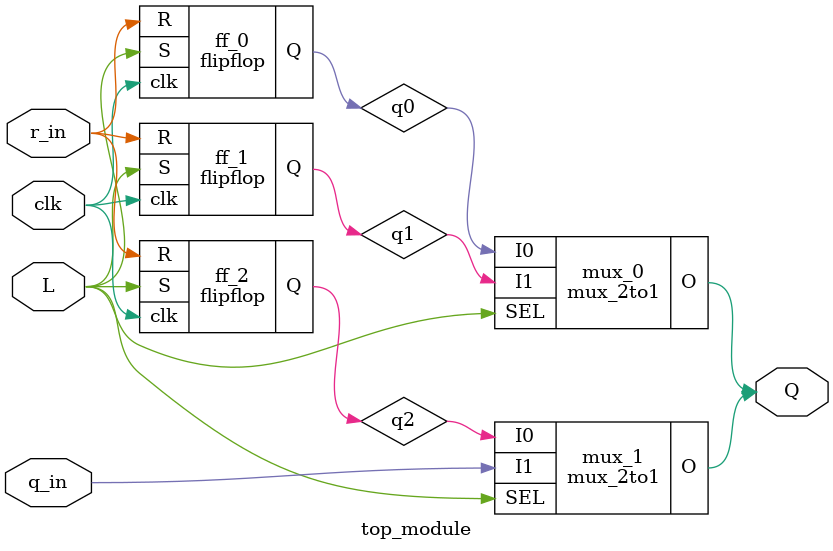
<source format=sv>
module flipflop(
    input clk,
    input R,
    input S,
    output reg Q
);
    always @(posedge clk) begin
        if (R && S)
            Q <= Q;
        else if (R)
            Q <= 0;
        else if (S)
            Q <= 1;
    end
endmodule
module mux_2to1(
    input I0,
    input I1,
    input SEL,
    output reg O
);
    always @(*) begin
        if (SEL)
            O <= I1;
        else
            O <= I0;
    end
endmodule
module top_module(
    input clk,
    input L,
    input q_in,
    input r_in,
    output reg Q
);
    wire q0, q1, q2;

    flipflop ff_0 (.clk(clk), .R(r_in), .S(L), .Q(q0));
    flipflop ff_1 (.clk(clk), .R(r_in), .S(L), .Q(q1));
    flipflop ff_2 (.clk(clk), .R(r_in), .S(L), .Q(q2));

    mux_2to1 mux_0 (.I0(q0), .I1(q1), .SEL(L), .O(Q));
    mux_2to1 mux_1 (.I0(q2), .I1(q_in), .SEL(L), .O(Q));

endmodule

</source>
